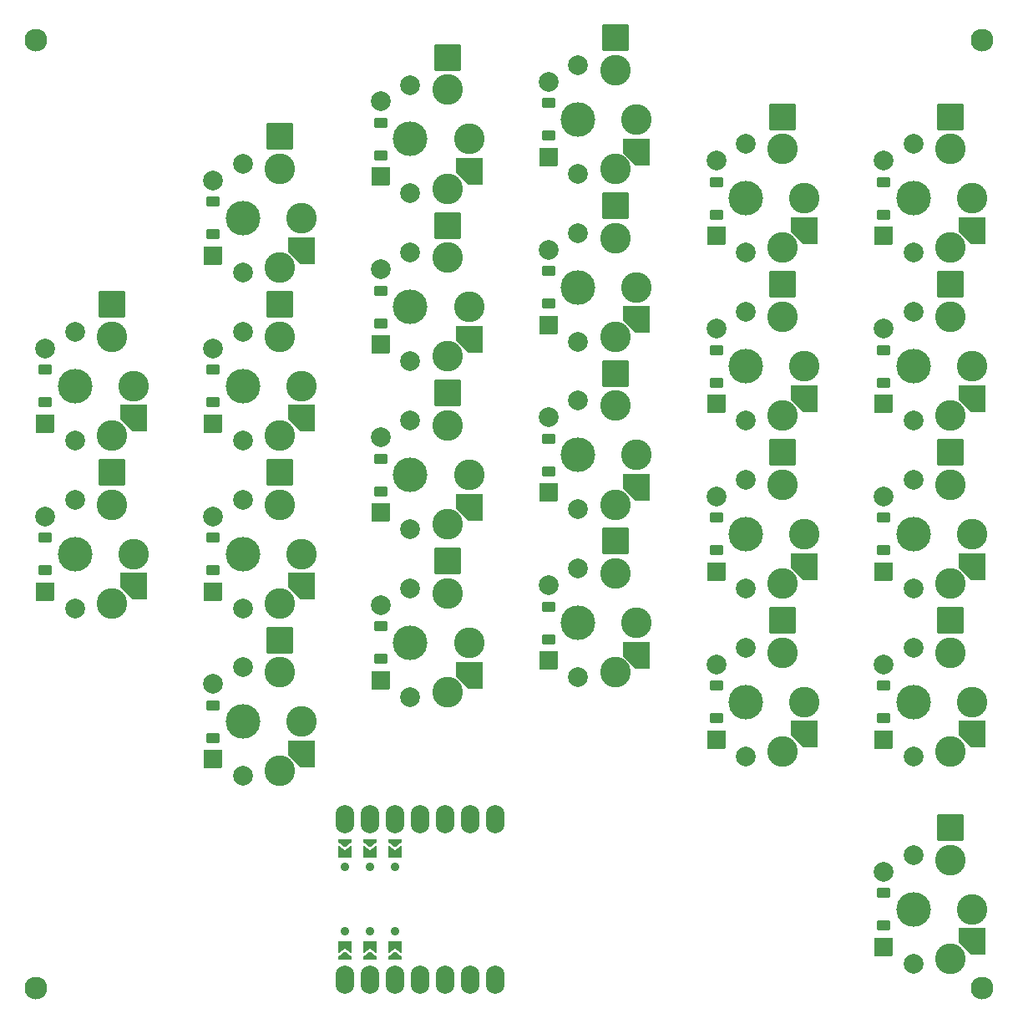
<source format=gts>
%TF.GenerationSoftware,KiCad,Pcbnew,9.0.2*%
%TF.CreationDate,2025-05-25T15:47:58+02:00*%
%TF.ProjectId,kicad,6b696361-642e-46b6-9963-61645f706362,rev?*%
%TF.SameCoordinates,Original*%
%TF.FileFunction,Soldermask,Top*%
%TF.FilePolarity,Negative*%
%FSLAX46Y46*%
G04 Gerber Fmt 4.6, Leading zero omitted, Abs format (unit mm)*
G04 Created by KiCad (PCBNEW 9.0.2) date 2025-05-25 15:47:58*
%MOMM*%
%LPD*%
G01*
G04 APERTURE LIST*
G04 Aperture macros list*
%AMRoundRect*
0 Rectangle with rounded corners*
0 $1 Rounding radius*
0 $2 $3 $4 $5 $6 $7 $8 $9 X,Y pos of 4 corners*
0 Add a 4 corners polygon primitive as box body*
4,1,4,$2,$3,$4,$5,$6,$7,$8,$9,$2,$3,0*
0 Add four circle primitives for the rounded corners*
1,1,$1+$1,$2,$3*
1,1,$1+$1,$4,$5*
1,1,$1+$1,$6,$7*
1,1,$1+$1,$8,$9*
0 Add four rect primitives between the rounded corners*
20,1,$1+$1,$2,$3,$4,$5,0*
20,1,$1+$1,$4,$5,$6,$7,0*
20,1,$1+$1,$6,$7,$8,$9,0*
20,1,$1+$1,$8,$9,$2,$3,0*%
%AMFreePoly0*
4,1,14,1.335355,1.335355,1.350000,1.300000,1.350000,-0.117000,1.335355,-0.152355,0.152355,-1.335355,0.117000,-1.350000,-1.300000,-1.350000,-1.335355,-1.335355,-1.350000,-1.300000,-1.350000,1.300000,-1.335355,1.335355,-1.300000,1.350000,1.300000,1.350000,1.335355,1.335355,1.335355,1.335355,$1*%
%AMFreePoly1*
4,1,16,-0.214645,0.660355,-0.210957,0.656235,0.289043,0.031235,0.299694,-0.005522,0.289043,-0.031235,-0.210957,-0.656235,-0.244478,-0.674694,-0.250000,-0.675000,-0.500000,-0.675000,-0.535355,-0.660355,-0.550000,-0.625000,-0.550000,0.625000,-0.535355,0.660355,-0.500000,0.675000,-0.250000,0.675000,-0.214645,0.660355,-0.214645,0.660355,$1*%
%AMFreePoly2*
4,1,16,0.535355,0.660355,0.550000,0.625000,0.550000,-0.625000,0.535355,-0.660355,0.500000,-0.675000,-0.650000,-0.675000,-0.685355,-0.660355,-0.700000,-0.625000,-0.689043,-0.593765,-0.214031,0.000000,-0.689043,0.593765,-0.699694,0.630522,-0.681235,0.664043,-0.650000,0.675000,0.500000,0.675000,0.535355,0.660355,0.535355,0.660355,$1*%
G04 Aperture macros list end*
%ADD10C,3.500000*%
%ADD11C,2.000000*%
%ADD12C,3.100000*%
%ADD13FreePoly0,270.000000*%
%ADD14RoundRect,0.050000X-1.300000X1.300000X-1.300000X-1.300000X1.300000X-1.300000X1.300000X1.300000X0*%
%ADD15O,1.900000X2.850000*%
%ADD16C,0.900000*%
%ADD17FreePoly1,90.000000*%
%ADD18FreePoly2,90.000000*%
%ADD19FreePoly2,270.000000*%
%ADD20FreePoly1,270.000000*%
%ADD21RoundRect,0.050000X0.600000X-0.450000X0.600000X0.450000X-0.600000X0.450000X-0.600000X-0.450000X0*%
%ADD22RoundRect,0.050000X0.889000X-0.889000X0.889000X0.889000X-0.889000X0.889000X-0.889000X-0.889000X0*%
%ADD23C,2.005000*%
%ADD24C,2.300000*%
G04 APERTURE END LIST*
D10*
%TO.C,S1*%
X20500000Y-68000000D03*
D11*
X20500000Y-73500000D03*
X20500000Y-62500000D03*
D12*
X26450000Y-68000000D03*
X24250000Y-63000000D03*
D13*
X26450000Y-71275000D03*
D14*
X24250000Y-59725000D03*
D12*
X24250000Y-73000000D03*
%TD*%
D10*
%TO.C,S2*%
X20500000Y-51000000D03*
D11*
X20500000Y-56500000D03*
X20500000Y-45500000D03*
D12*
X26450000Y-51000000D03*
X24250000Y-46000000D03*
D13*
X26450000Y-54275000D03*
D14*
X24250000Y-42725000D03*
D12*
X24250000Y-56000000D03*
%TD*%
D10*
%TO.C,S3*%
X37500000Y-85000000D03*
D11*
X37500000Y-90500000D03*
X37500000Y-79500000D03*
D12*
X43450000Y-85000000D03*
X41250000Y-80000000D03*
D13*
X43450000Y-88275000D03*
D14*
X41250000Y-76725000D03*
D12*
X41250000Y-90000000D03*
%TD*%
D10*
%TO.C,S4*%
X37500000Y-68000000D03*
D11*
X37500000Y-73500000D03*
X37500000Y-62500000D03*
D12*
X43450000Y-68000000D03*
X41250000Y-63000000D03*
D13*
X43450000Y-71275000D03*
D14*
X41250000Y-59725000D03*
D12*
X41250000Y-73000000D03*
%TD*%
D10*
%TO.C,S5*%
X37500000Y-51000000D03*
D11*
X37500000Y-56500000D03*
X37500000Y-45500000D03*
D12*
X43450000Y-51000000D03*
X41250000Y-46000000D03*
D13*
X43450000Y-54275000D03*
D14*
X41250000Y-42725000D03*
D12*
X41250000Y-56000000D03*
%TD*%
D10*
%TO.C,S6*%
X37500000Y-34000000D03*
D11*
X37500000Y-39500000D03*
X37500000Y-28500000D03*
D12*
X43450000Y-34000000D03*
X41250000Y-29000000D03*
D13*
X43450000Y-37275000D03*
D14*
X41250000Y-25725000D03*
D12*
X41250000Y-39000000D03*
%TD*%
D10*
%TO.C,S7*%
X54500000Y-77000000D03*
D11*
X54500000Y-82500000D03*
X54500000Y-71500000D03*
D12*
X60450000Y-77000000D03*
X58250000Y-72000000D03*
D13*
X60450000Y-80275000D03*
D14*
X58250000Y-68725000D03*
D12*
X58250000Y-82000000D03*
%TD*%
D10*
%TO.C,S8*%
X54500000Y-60000000D03*
D11*
X54500000Y-65500000D03*
X54500000Y-54500000D03*
D12*
X60450000Y-60000000D03*
X58250000Y-55000000D03*
D13*
X60450000Y-63275000D03*
D14*
X58250000Y-51725000D03*
D12*
X58250000Y-65000000D03*
%TD*%
D10*
%TO.C,S9*%
X54500000Y-43000000D03*
D11*
X54500000Y-48500000D03*
X54500000Y-37500000D03*
D12*
X60450000Y-43000000D03*
X58250000Y-38000000D03*
D13*
X60450000Y-46275000D03*
D14*
X58250000Y-34725000D03*
D12*
X58250000Y-48000000D03*
%TD*%
D10*
%TO.C,S10*%
X54500000Y-26000000D03*
D11*
X54500000Y-31500000D03*
X54500000Y-20500000D03*
D12*
X60450000Y-26000000D03*
X58250000Y-21000000D03*
D13*
X60450000Y-29275000D03*
D14*
X58250000Y-17725000D03*
D12*
X58250000Y-31000000D03*
%TD*%
D10*
%TO.C,S11*%
X71500000Y-75000000D03*
D11*
X71500000Y-80500000D03*
X71500000Y-69500000D03*
D12*
X77450000Y-75000000D03*
X75250000Y-70000000D03*
D13*
X77450000Y-78275000D03*
D14*
X75250000Y-66725000D03*
D12*
X75250000Y-80000000D03*
%TD*%
D10*
%TO.C,S12*%
X71500000Y-58000000D03*
D11*
X71500000Y-63500000D03*
X71500000Y-52500000D03*
D12*
X77450000Y-58000000D03*
X75250000Y-53000000D03*
D13*
X77450000Y-61275000D03*
D14*
X75250000Y-49725000D03*
D12*
X75250000Y-63000000D03*
%TD*%
D10*
%TO.C,S13*%
X71500000Y-41000000D03*
D11*
X71500000Y-46500000D03*
X71500000Y-35500000D03*
D12*
X77450000Y-41000000D03*
X75250000Y-36000000D03*
D13*
X77450000Y-44275000D03*
D14*
X75250000Y-32725000D03*
D12*
X75250000Y-46000000D03*
%TD*%
D10*
%TO.C,S14*%
X71500000Y-24000000D03*
D11*
X71500000Y-29500000D03*
X71500000Y-18500000D03*
D12*
X77450000Y-24000000D03*
X75250000Y-19000000D03*
D13*
X77450000Y-27275000D03*
D14*
X75250000Y-15725000D03*
D12*
X75250000Y-29000000D03*
%TD*%
D10*
%TO.C,S15*%
X88500000Y-83000000D03*
D11*
X88500000Y-88500000D03*
X88500000Y-77500000D03*
D12*
X94450000Y-83000000D03*
X92250000Y-78000000D03*
D13*
X94450000Y-86275000D03*
D14*
X92250000Y-74725000D03*
D12*
X92250000Y-88000000D03*
%TD*%
D10*
%TO.C,S16*%
X88500000Y-66000000D03*
D11*
X88500000Y-71500000D03*
X88500000Y-60500000D03*
D12*
X94450000Y-66000000D03*
X92250000Y-61000000D03*
D13*
X94450000Y-69275000D03*
D14*
X92250000Y-57725000D03*
D12*
X92250000Y-71000000D03*
%TD*%
D10*
%TO.C,S17*%
X88500000Y-49000000D03*
D11*
X88500000Y-54500000D03*
X88500000Y-43500000D03*
D12*
X94450000Y-49000000D03*
X92250000Y-44000000D03*
D13*
X94450000Y-52275000D03*
D14*
X92250000Y-40725000D03*
D12*
X92250000Y-54000000D03*
%TD*%
D10*
%TO.C,S18*%
X88500000Y-32000000D03*
D11*
X88500000Y-37500000D03*
X88500000Y-26500000D03*
D12*
X94450000Y-32000000D03*
X92250000Y-27000000D03*
D13*
X94450000Y-35275000D03*
D14*
X92250000Y-23725000D03*
D12*
X92250000Y-37000000D03*
%TD*%
D10*
%TO.C,S19*%
X105500000Y-83000000D03*
D11*
X105500000Y-88500000D03*
X105500000Y-77500000D03*
D12*
X111450000Y-83000000D03*
X109250000Y-78000000D03*
D13*
X111450000Y-86275000D03*
D14*
X109250000Y-74725000D03*
D12*
X109250000Y-88000000D03*
%TD*%
D10*
%TO.C,S20*%
X105500000Y-66000000D03*
D11*
X105500000Y-71500000D03*
X105500000Y-60500000D03*
D12*
X111450000Y-66000000D03*
X109250000Y-61000000D03*
D13*
X111450000Y-69275000D03*
D14*
X109250000Y-57725000D03*
D12*
X109250000Y-71000000D03*
%TD*%
D10*
%TO.C,S21*%
X105500000Y-49000000D03*
D11*
X105500000Y-54500000D03*
X105500000Y-43500000D03*
D12*
X111450000Y-49000000D03*
X109250000Y-44000000D03*
D13*
X111450000Y-52275000D03*
D14*
X109250000Y-40725000D03*
D12*
X109250000Y-54000000D03*
%TD*%
D10*
%TO.C,S22*%
X105500000Y-32000000D03*
D11*
X105500000Y-37500000D03*
X105500000Y-26500000D03*
D12*
X111450000Y-32000000D03*
X109250000Y-27000000D03*
D13*
X111450000Y-35275000D03*
D14*
X109250000Y-23725000D03*
D12*
X109250000Y-37000000D03*
%TD*%
D10*
%TO.C,S23*%
X105500000Y-104000000D03*
D11*
X105500000Y-109500000D03*
X105500000Y-98500000D03*
D12*
X111450000Y-104000000D03*
X109250000Y-99000000D03*
D13*
X111450000Y-107275000D03*
D14*
X109250000Y-95725000D03*
D12*
X109250000Y-109000000D03*
%TD*%
D15*
%TO.C,*%
X47880000Y-111095000D03*
X47880000Y-94905000D03*
D16*
X47880000Y-106262000D03*
D17*
X47880000Y-108620000D03*
D18*
X47880000Y-107775000D03*
D16*
X47880000Y-99738000D03*
D19*
X47880000Y-98225000D03*
D20*
X47880000Y-97380000D03*
D15*
X50420000Y-111095000D03*
X50420000Y-94905000D03*
D16*
X50420000Y-106262000D03*
D17*
X50420000Y-108620000D03*
D18*
X50420000Y-107775000D03*
D16*
X50420000Y-99738000D03*
D19*
X50420000Y-98225000D03*
D20*
X50420000Y-97380000D03*
D15*
X52960000Y-111095000D03*
X52960000Y-94905000D03*
D16*
X52960000Y-106262000D03*
D17*
X52960000Y-108620000D03*
D18*
X52960000Y-107775000D03*
D16*
X52960000Y-99738000D03*
D19*
X52960000Y-98225000D03*
D20*
X52960000Y-97380000D03*
D15*
X55500000Y-111095000D03*
X55500000Y-94905000D03*
X58040000Y-111095000D03*
X58040000Y-94905000D03*
X60580000Y-111095000D03*
X60580000Y-94905000D03*
X63120000Y-111095000D03*
X63120000Y-94905000D03*
%TD*%
D21*
%TO.C,D1*%
X17500000Y-69650000D03*
X17500000Y-66350000D03*
D22*
X17500000Y-71810000D03*
D23*
X17500000Y-64190000D03*
%TD*%
D21*
%TO.C,D2*%
X17500000Y-52650000D03*
X17500000Y-49350000D03*
D22*
X17500000Y-54810000D03*
D23*
X17500000Y-47190000D03*
%TD*%
D21*
%TO.C,D3*%
X34500000Y-86650000D03*
X34500000Y-83350000D03*
D22*
X34500000Y-88810000D03*
D23*
X34500000Y-81190000D03*
%TD*%
D21*
%TO.C,D4*%
X34500000Y-69650000D03*
X34500000Y-66350000D03*
D22*
X34500000Y-71810000D03*
D23*
X34500000Y-64190000D03*
%TD*%
D21*
%TO.C,D5*%
X34500000Y-52650000D03*
X34500000Y-49350000D03*
D22*
X34500000Y-54810000D03*
D23*
X34500000Y-47190000D03*
%TD*%
D21*
%TO.C,D6*%
X34500000Y-35650000D03*
X34500000Y-32350000D03*
D22*
X34500000Y-37810000D03*
D23*
X34500000Y-30190000D03*
%TD*%
D21*
%TO.C,D7*%
X51500000Y-78650000D03*
X51500000Y-75350000D03*
D22*
X51500000Y-80810000D03*
D23*
X51500000Y-73190000D03*
%TD*%
D21*
%TO.C,D8*%
X51500000Y-61650000D03*
X51500000Y-58350000D03*
D22*
X51500000Y-63810000D03*
D23*
X51500000Y-56190000D03*
%TD*%
D21*
%TO.C,D9*%
X51500000Y-44650000D03*
X51500000Y-41350000D03*
D22*
X51500000Y-46810000D03*
D23*
X51500000Y-39190000D03*
%TD*%
D21*
%TO.C,D10*%
X51500000Y-27650000D03*
X51500000Y-24350000D03*
D22*
X51500000Y-29810000D03*
D23*
X51500000Y-22190000D03*
%TD*%
D21*
%TO.C,D11*%
X68500000Y-76650000D03*
X68500000Y-73350000D03*
D22*
X68500000Y-78810000D03*
D23*
X68500000Y-71190000D03*
%TD*%
D21*
%TO.C,D12*%
X68500000Y-59650000D03*
X68500000Y-56350000D03*
D22*
X68500000Y-61810000D03*
D23*
X68500000Y-54190000D03*
%TD*%
D21*
%TO.C,D13*%
X68500000Y-42650000D03*
X68500000Y-39350000D03*
D22*
X68500000Y-44810000D03*
D23*
X68500000Y-37190000D03*
%TD*%
D21*
%TO.C,D14*%
X68500000Y-25650000D03*
X68500000Y-22350000D03*
D22*
X68500000Y-27810000D03*
D23*
X68500000Y-20190000D03*
%TD*%
D21*
%TO.C,D15*%
X85500000Y-84650000D03*
X85500000Y-81350000D03*
D22*
X85500000Y-86810000D03*
D23*
X85500000Y-79190000D03*
%TD*%
D21*
%TO.C,D16*%
X85500000Y-67650000D03*
X85500000Y-64350000D03*
D22*
X85500000Y-69810000D03*
D23*
X85500000Y-62190000D03*
%TD*%
D21*
%TO.C,D17*%
X85500000Y-50650000D03*
X85500000Y-47350000D03*
D22*
X85500000Y-52810000D03*
D23*
X85500000Y-45190000D03*
%TD*%
D21*
%TO.C,D18*%
X85500000Y-33650000D03*
X85500000Y-30350000D03*
D22*
X85500000Y-35810000D03*
D23*
X85500000Y-28190000D03*
%TD*%
D21*
%TO.C,D19*%
X102500000Y-84650000D03*
X102500000Y-81350000D03*
D22*
X102500000Y-86810000D03*
D23*
X102500000Y-79190000D03*
%TD*%
D21*
%TO.C,D20*%
X102500000Y-67650000D03*
X102500000Y-64350000D03*
D22*
X102500000Y-69810000D03*
D23*
X102500000Y-62190000D03*
%TD*%
D21*
%TO.C,D21*%
X102500000Y-50650000D03*
X102500000Y-47350000D03*
D22*
X102500000Y-52810000D03*
D23*
X102500000Y-45190000D03*
%TD*%
D21*
%TO.C,D22*%
X102500000Y-33650000D03*
X102500000Y-30350000D03*
D22*
X102500000Y-35810000D03*
D23*
X102500000Y-28190000D03*
%TD*%
D21*
%TO.C,D23*%
X102500000Y-105650000D03*
X102500000Y-102350000D03*
D22*
X102500000Y-107810000D03*
D23*
X102500000Y-100190000D03*
%TD*%
D24*
%TO.C,MH1*%
X112500000Y-112000000D03*
%TD*%
%TO.C,MH2*%
X16500000Y-112000000D03*
%TD*%
%TO.C,MH3*%
X16500000Y-16000000D03*
%TD*%
%TO.C,MH4*%
X112500000Y-16000000D03*
%TD*%
M02*

</source>
